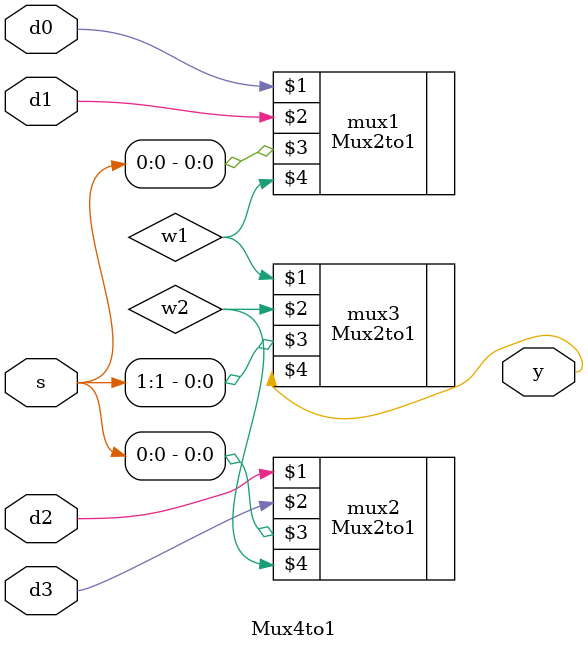
<source format=sv>
`timescale 1ns / 1ps
module Mux4to1(
    input logic d0, d1, d2, d3,
    input logic [1:0] s,
    output logic y
    );
wire w1, w2;

Mux2to1 mux1(d0, d1, s[0], w1);
Mux2to1 mux2(d2, d3, s[0], w2);
Mux2to1 mux3(w1, w2, s[1], y);
endmodule

</source>
